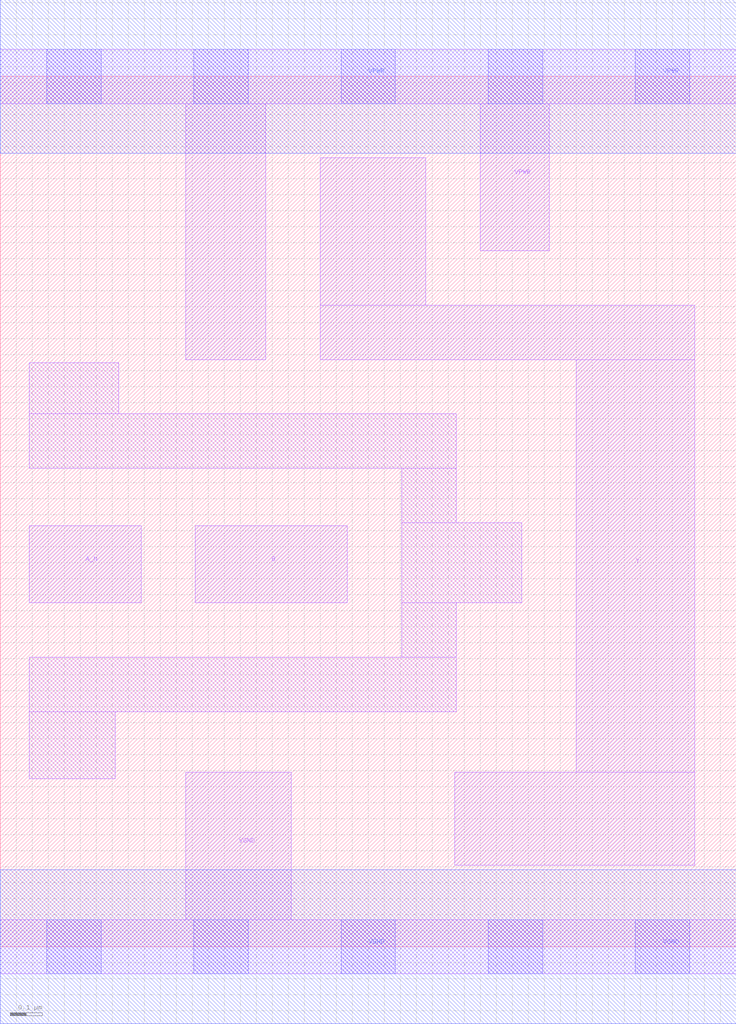
<source format=lef>
# Copyright 2020 The SkyWater PDK Authors
#
# Licensed under the Apache License, Version 2.0 (the "License");
# you may not use this file except in compliance with the License.
# You may obtain a copy of the License at
#
#     https://www.apache.org/licenses/LICENSE-2.0
#
# Unless required by applicable law or agreed to in writing, software
# distributed under the License is distributed on an "AS IS" BASIS,
# WITHOUT WARRANTIES OR CONDITIONS OF ANY KIND, either express or implied.
# See the License for the specific language governing permissions and
# limitations under the License.
#
# SPDX-License-Identifier: Apache-2.0

VERSION 5.7 ;
  NAMESCASESENSITIVE ON ;
  NOWIREEXTENSIONATPIN ON ;
  DIVIDERCHAR "/" ;
  BUSBITCHARS "[]" ;
UNITS
  DATABASE MICRONS 200 ;
END UNITS
MACRO sky130_fd_sc_hd__nand2b_1
  CLASS CORE ;
  SOURCE USER ;
  FOREIGN sky130_fd_sc_hd__nand2b_1 ;
  ORIGIN  0.000000  0.000000 ;
  SIZE  2.300000 BY  2.720000 ;
  SYMMETRY X Y R90 ;
  SITE unithd ;
  PIN A_N
    ANTENNAGATEAREA  0.126000 ;
    DIRECTION INPUT ;
    USE SIGNAL ;
    PORT
      LAYER li1 ;
        RECT 0.090000 1.075000 0.440000 1.315000 ;
    END
  END A_N
  PIN B
    ANTENNAGATEAREA  0.247500 ;
    DIRECTION INPUT ;
    USE SIGNAL ;
    PORT
      LAYER li1 ;
        RECT 0.610000 1.075000 1.085000 1.315000 ;
    END
  END B
  PIN Y
    ANTENNADIFFAREA  0.439000 ;
    DIRECTION OUTPUT ;
    USE SIGNAL ;
    PORT
      LAYER li1 ;
        RECT 1.000000 1.835000 2.170000 2.005000 ;
        RECT 1.000000 2.005000 1.330000 2.465000 ;
        RECT 1.420000 0.255000 2.170000 0.545000 ;
        RECT 1.800000 0.545000 2.170000 1.835000 ;
    END
  END Y
  PIN VGND
    DIRECTION INOUT ;
    SHAPE ABUTMENT ;
    USE GROUND ;
    PORT
      LAYER li1 ;
        RECT 0.000000 -0.085000 2.300000 0.085000 ;
        RECT 0.580000  0.085000 0.910000 0.545000 ;
      LAYER mcon ;
        RECT 0.145000 -0.085000 0.315000 0.085000 ;
        RECT 0.605000 -0.085000 0.775000 0.085000 ;
        RECT 1.065000 -0.085000 1.235000 0.085000 ;
        RECT 1.525000 -0.085000 1.695000 0.085000 ;
        RECT 1.985000 -0.085000 2.155000 0.085000 ;
      LAYER met1 ;
        RECT 0.000000 -0.240000 2.300000 0.240000 ;
    END
  END VGND
  PIN VPWR
    DIRECTION INOUT ;
    SHAPE ABUTMENT ;
    USE POWER ;
    PORT
      LAYER li1 ;
        RECT 0.000000 2.635000 2.300000 2.805000 ;
        RECT 0.580000 1.835000 0.830000 2.635000 ;
        RECT 1.500000 2.175000 1.715000 2.635000 ;
      LAYER mcon ;
        RECT 0.145000 2.635000 0.315000 2.805000 ;
        RECT 0.605000 2.635000 0.775000 2.805000 ;
        RECT 1.065000 2.635000 1.235000 2.805000 ;
        RECT 1.525000 2.635000 1.695000 2.805000 ;
        RECT 1.985000 2.635000 2.155000 2.805000 ;
      LAYER met1 ;
        RECT 0.000000 2.480000 2.300000 2.960000 ;
    END
  END VPWR
  OBS
    LAYER li1 ;
      RECT 0.090000 0.525000 0.360000 0.735000 ;
      RECT 0.090000 0.735000 1.425000 0.905000 ;
      RECT 0.090000 1.495000 1.425000 1.665000 ;
      RECT 0.090000 1.665000 0.370000 1.825000 ;
      RECT 1.255000 0.905000 1.425000 1.075000 ;
      RECT 1.255000 1.075000 1.630000 1.325000 ;
      RECT 1.255000 1.325000 1.425000 1.495000 ;
  END
END sky130_fd_sc_hd__nand2b_1

</source>
